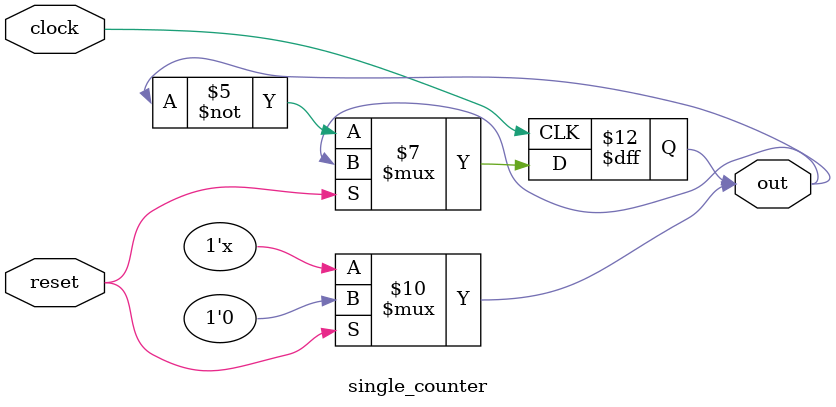
<source format=v>
module single_counter(out, clock, reset);
input clock, reset;
output out;
reg out;
always @(reset)
	if(reset == 1) out = 0;

always @(posedge clock)
	if(reset == 0) out = ~out;
endmodule

</source>
